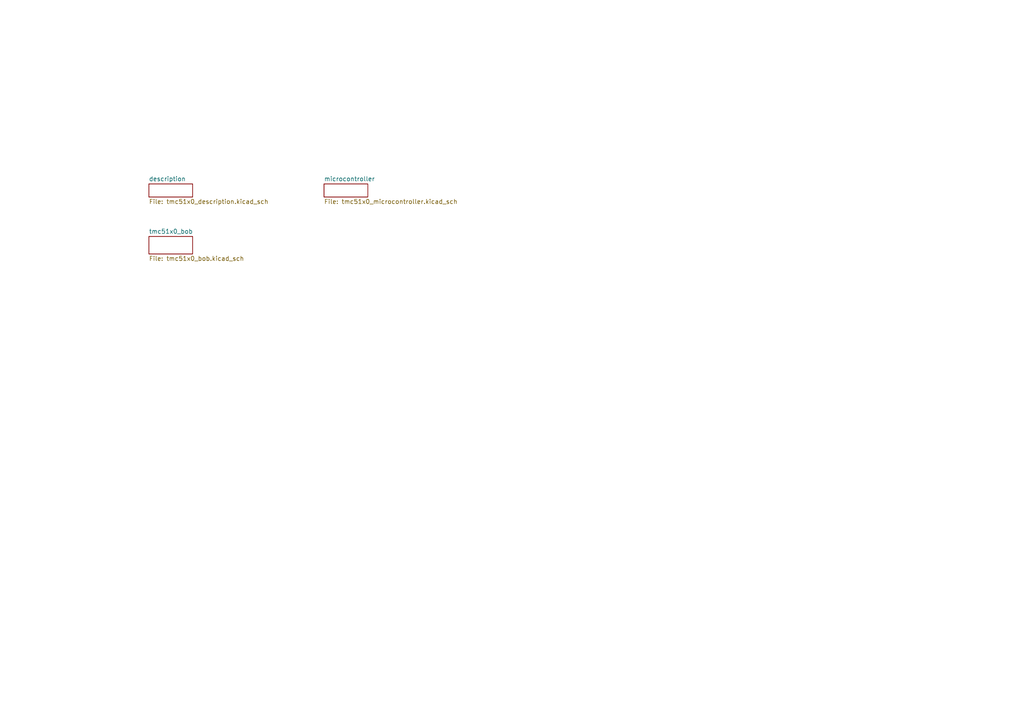
<source format=kicad_sch>
(kicad_sch (version 20230121) (generator eeschema)
  (paper "A4")
  (title_block (title "Trinamic Wiring") (date "2024-03-07") (rev "0.4") (company "Janelia Research Campus"))
  (lib_symbols)
  (sheet (at 43.18 68.58) (size 12.7 5.08) (stroke (width 0.1524))
    (property "Sheetname" "tmc51x0_bob" (at 43.18 67.8684 0) (effects (justify left bottom)))
    (property "Sheetfile" "tmc51x0_bob.kicad_sch" (at 43.18 74.2446 0) (effects (justify left top)))
  )
  (sheet (at 43.18 53.34) (size 12.7 3.81) (stroke (width 0.1524))
    (property "Sheetname" "description" (at 43.18 52.6284 0) (effects (justify left bottom)))
    (property "Sheetfile" "tmc51x0_description.kicad_sch" (at 43.18 57.7346 0) (effects (justify left top)))
  )
  (sheet (at 93.98 53.34) (size 12.7 3.81) (stroke (width 0.1524))
    (property "Sheetname" "microcontroller" (at 93.98 52.6284 0) (effects (justify left bottom)))
    (property "Sheetfile" "tmc51x0_microcontroller.kicad_sch" (at 93.98 57.7346 0) (effects (justify left top)))
  )
)
</source>
